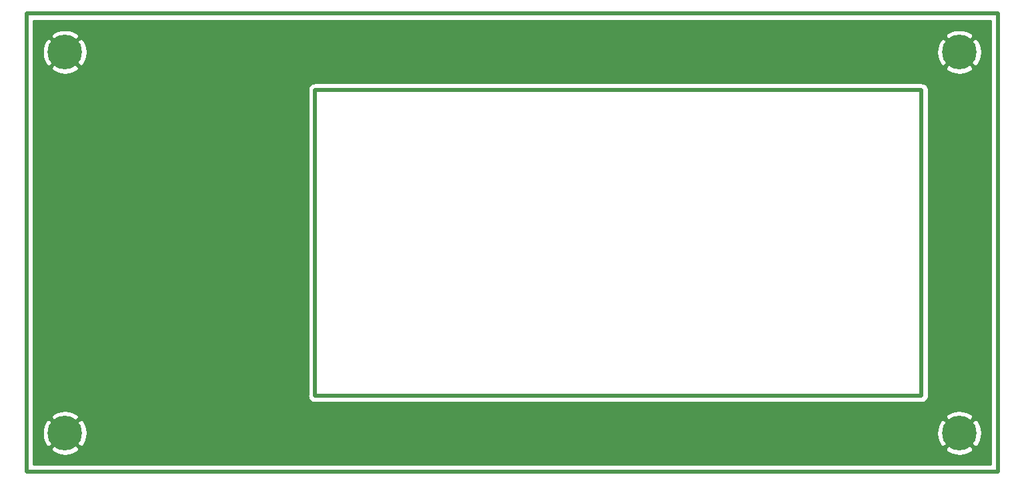
<source format=gbl>
G04 #@! TF.GenerationSoftware,KiCad,Pcbnew,(5.1.10-1-10_14)*
G04 #@! TF.CreationDate,2021-08-18T22:35:38+08:00*
G04 #@! TF.ProjectId,SMP top plate v.2 ,534d5020-746f-4702-9070-6c6174652076,rev?*
G04 #@! TF.SameCoordinates,Original*
G04 #@! TF.FileFunction,Copper,L2,Bot*
G04 #@! TF.FilePolarity,Positive*
%FSLAX46Y46*%
G04 Gerber Fmt 4.6, Leading zero omitted, Abs format (unit mm)*
G04 Created by KiCad (PCBNEW (5.1.10-1-10_14)) date 2021-08-18 22:35:38*
%MOMM*%
%LPD*%
G01*
G04 APERTURE LIST*
G04 #@! TA.AperFunction,NonConductor*
%ADD10C,0.500000*%
G04 #@! TD*
G04 #@! TA.AperFunction,ConnectorPad*
%ADD11C,4.400000*%
G04 #@! TD*
G04 #@! TA.AperFunction,ComponentPad*
%ADD12C,2.600000*%
G04 #@! TD*
G04 #@! TA.AperFunction,Conductor*
%ADD13C,0.254000*%
G04 #@! TD*
G04 #@! TA.AperFunction,Conductor*
%ADD14C,0.100000*%
G04 #@! TD*
G04 APERTURE END LIST*
D10*
X193929000Y-129654300D02*
X70650100Y-129654300D01*
X193929000Y-129654300D02*
X193929000Y-71462900D01*
X70650100Y-129654300D02*
X70650100Y-71462900D01*
X193929000Y-71462900D02*
X70650100Y-71462900D01*
X184251600Y-120015000D02*
X107264200Y-120015000D01*
X107264200Y-81153000D02*
X107264200Y-120015000D01*
X184251600Y-81153000D02*
X184251600Y-120015000D01*
X107264200Y-81153000D02*
X184251600Y-81153000D01*
D11*
X189052200Y-124764800D03*
D12*
X189052200Y-124764800D03*
D11*
X189052200Y-76352400D03*
D12*
X189052200Y-76352400D03*
D11*
X75539600Y-124764800D03*
D12*
X75539600Y-124764800D03*
D11*
X75539600Y-76352400D03*
D12*
X75539600Y-76352400D03*
D13*
X193044000Y-128769300D02*
X71535100Y-128769300D01*
X71535100Y-126754575D01*
X73729430Y-126754575D01*
X73969576Y-127141818D01*
X74463477Y-127402441D01*
X74998733Y-127561701D01*
X75554774Y-127613478D01*
X76110232Y-127555781D01*
X76643761Y-127390828D01*
X77109624Y-127141818D01*
X77349770Y-126754575D01*
X187242030Y-126754575D01*
X187482176Y-127141818D01*
X187976077Y-127402441D01*
X188511333Y-127561701D01*
X189067374Y-127613478D01*
X189622832Y-127555781D01*
X190156361Y-127390828D01*
X190622224Y-127141818D01*
X190862370Y-126754575D01*
X189052200Y-124944405D01*
X187242030Y-126754575D01*
X77349770Y-126754575D01*
X75539600Y-124944405D01*
X73729430Y-126754575D01*
X71535100Y-126754575D01*
X71535100Y-124779974D01*
X72690922Y-124779974D01*
X72748619Y-125335432D01*
X72913572Y-125868961D01*
X73162582Y-126334824D01*
X73549825Y-126574970D01*
X75359995Y-124764800D01*
X75719205Y-124764800D01*
X77529375Y-126574970D01*
X77916618Y-126334824D01*
X78177241Y-125840923D01*
X78336501Y-125305667D01*
X78385452Y-124779974D01*
X186203522Y-124779974D01*
X186261219Y-125335432D01*
X186426172Y-125868961D01*
X186675182Y-126334824D01*
X187062425Y-126574970D01*
X188872595Y-124764800D01*
X189231805Y-124764800D01*
X191041975Y-126574970D01*
X191429218Y-126334824D01*
X191689841Y-125840923D01*
X191849101Y-125305667D01*
X191900878Y-124749626D01*
X191843181Y-124194168D01*
X191678228Y-123660639D01*
X191429218Y-123194776D01*
X191041975Y-122954630D01*
X189231805Y-124764800D01*
X188872595Y-124764800D01*
X187062425Y-122954630D01*
X186675182Y-123194776D01*
X186414559Y-123688677D01*
X186255299Y-124223933D01*
X186203522Y-124779974D01*
X78385452Y-124779974D01*
X78388278Y-124749626D01*
X78330581Y-124194168D01*
X78165628Y-123660639D01*
X77916618Y-123194776D01*
X77529375Y-122954630D01*
X75719205Y-124764800D01*
X75359995Y-124764800D01*
X73549825Y-122954630D01*
X73162582Y-123194776D01*
X72901959Y-123688677D01*
X72742699Y-124223933D01*
X72690922Y-124779974D01*
X71535100Y-124779974D01*
X71535100Y-122775025D01*
X73729430Y-122775025D01*
X75539600Y-124585195D01*
X77349770Y-122775025D01*
X187242030Y-122775025D01*
X189052200Y-124585195D01*
X190862370Y-122775025D01*
X190622224Y-122387782D01*
X190128323Y-122127159D01*
X189593067Y-121967899D01*
X189037026Y-121916122D01*
X188481568Y-121973819D01*
X187948039Y-122138772D01*
X187482176Y-122387782D01*
X187242030Y-122775025D01*
X77349770Y-122775025D01*
X77109624Y-122387782D01*
X76615723Y-122127159D01*
X76080467Y-121967899D01*
X75524426Y-121916122D01*
X74968968Y-121973819D01*
X74435439Y-122138772D01*
X73969576Y-122387782D01*
X73729430Y-122775025D01*
X71535100Y-122775025D01*
X71535100Y-81153000D01*
X106374918Y-81153000D01*
X106379200Y-81196477D01*
X106379201Y-119971513D01*
X106374918Y-120015000D01*
X106392005Y-120188490D01*
X106442611Y-120355313D01*
X106524789Y-120509059D01*
X106635383Y-120643817D01*
X106770141Y-120754411D01*
X106923887Y-120836589D01*
X107090710Y-120887195D01*
X107220723Y-120900000D01*
X107220724Y-120900000D01*
X107264200Y-120904282D01*
X107307677Y-120900000D01*
X184208124Y-120900000D01*
X184251600Y-120904282D01*
X184425090Y-120887195D01*
X184591913Y-120836589D01*
X184745659Y-120754411D01*
X184880417Y-120643817D01*
X184991011Y-120509059D01*
X185073189Y-120355313D01*
X185123795Y-120188490D01*
X185136600Y-120058477D01*
X185140882Y-120015000D01*
X185136600Y-119971523D01*
X185136600Y-81196477D01*
X185140882Y-81153000D01*
X185132112Y-81063950D01*
X185123795Y-80979510D01*
X185073189Y-80812687D01*
X184991011Y-80658941D01*
X184880417Y-80524183D01*
X184745659Y-80413589D01*
X184591913Y-80331411D01*
X184425090Y-80280805D01*
X184295077Y-80268000D01*
X184295076Y-80268000D01*
X184251600Y-80263718D01*
X184208123Y-80268000D01*
X107307676Y-80268000D01*
X107264200Y-80263718D01*
X107220723Y-80268000D01*
X107090710Y-80280805D01*
X106923887Y-80331411D01*
X106770141Y-80413589D01*
X106635383Y-80524183D01*
X106524789Y-80658941D01*
X106442611Y-80812687D01*
X106392005Y-80979510D01*
X106374918Y-81153000D01*
X71535100Y-81153000D01*
X71535100Y-78342175D01*
X73729430Y-78342175D01*
X73969576Y-78729418D01*
X74463477Y-78990041D01*
X74998733Y-79149301D01*
X75554774Y-79201078D01*
X76110232Y-79143381D01*
X76643761Y-78978428D01*
X77109624Y-78729418D01*
X77349770Y-78342175D01*
X187242030Y-78342175D01*
X187482176Y-78729418D01*
X187976077Y-78990041D01*
X188511333Y-79149301D01*
X189067374Y-79201078D01*
X189622832Y-79143381D01*
X190156361Y-78978428D01*
X190622224Y-78729418D01*
X190862370Y-78342175D01*
X189052200Y-76532005D01*
X187242030Y-78342175D01*
X77349770Y-78342175D01*
X75539600Y-76532005D01*
X73729430Y-78342175D01*
X71535100Y-78342175D01*
X71535100Y-76367574D01*
X72690922Y-76367574D01*
X72748619Y-76923032D01*
X72913572Y-77456561D01*
X73162582Y-77922424D01*
X73549825Y-78162570D01*
X75359995Y-76352400D01*
X75719205Y-76352400D01*
X77529375Y-78162570D01*
X77916618Y-77922424D01*
X78177241Y-77428523D01*
X78336501Y-76893267D01*
X78385452Y-76367574D01*
X186203522Y-76367574D01*
X186261219Y-76923032D01*
X186426172Y-77456561D01*
X186675182Y-77922424D01*
X187062425Y-78162570D01*
X188872595Y-76352400D01*
X189231805Y-76352400D01*
X191041975Y-78162570D01*
X191429218Y-77922424D01*
X191689841Y-77428523D01*
X191849101Y-76893267D01*
X191900878Y-76337226D01*
X191843181Y-75781768D01*
X191678228Y-75248239D01*
X191429218Y-74782376D01*
X191041975Y-74542230D01*
X189231805Y-76352400D01*
X188872595Y-76352400D01*
X187062425Y-74542230D01*
X186675182Y-74782376D01*
X186414559Y-75276277D01*
X186255299Y-75811533D01*
X186203522Y-76367574D01*
X78385452Y-76367574D01*
X78388278Y-76337226D01*
X78330581Y-75781768D01*
X78165628Y-75248239D01*
X77916618Y-74782376D01*
X77529375Y-74542230D01*
X75719205Y-76352400D01*
X75359995Y-76352400D01*
X73549825Y-74542230D01*
X73162582Y-74782376D01*
X72901959Y-75276277D01*
X72742699Y-75811533D01*
X72690922Y-76367574D01*
X71535100Y-76367574D01*
X71535100Y-74362625D01*
X73729430Y-74362625D01*
X75539600Y-76172795D01*
X77349770Y-74362625D01*
X187242030Y-74362625D01*
X189052200Y-76172795D01*
X190862370Y-74362625D01*
X190622224Y-73975382D01*
X190128323Y-73714759D01*
X189593067Y-73555499D01*
X189037026Y-73503722D01*
X188481568Y-73561419D01*
X187948039Y-73726372D01*
X187482176Y-73975382D01*
X187242030Y-74362625D01*
X77349770Y-74362625D01*
X77109624Y-73975382D01*
X76615723Y-73714759D01*
X76080467Y-73555499D01*
X75524426Y-73503722D01*
X74968968Y-73561419D01*
X74435439Y-73726372D01*
X73969576Y-73975382D01*
X73729430Y-74362625D01*
X71535100Y-74362625D01*
X71535100Y-72347900D01*
X193044001Y-72347900D01*
X193044000Y-128769300D01*
G04 #@! TA.AperFunction,Conductor*
D14*
G36*
X193044000Y-128769300D02*
G01*
X71535100Y-128769300D01*
X71535100Y-126754575D01*
X73729430Y-126754575D01*
X73969576Y-127141818D01*
X74463477Y-127402441D01*
X74998733Y-127561701D01*
X75554774Y-127613478D01*
X76110232Y-127555781D01*
X76643761Y-127390828D01*
X77109624Y-127141818D01*
X77349770Y-126754575D01*
X187242030Y-126754575D01*
X187482176Y-127141818D01*
X187976077Y-127402441D01*
X188511333Y-127561701D01*
X189067374Y-127613478D01*
X189622832Y-127555781D01*
X190156361Y-127390828D01*
X190622224Y-127141818D01*
X190862370Y-126754575D01*
X189052200Y-124944405D01*
X187242030Y-126754575D01*
X77349770Y-126754575D01*
X75539600Y-124944405D01*
X73729430Y-126754575D01*
X71535100Y-126754575D01*
X71535100Y-124779974D01*
X72690922Y-124779974D01*
X72748619Y-125335432D01*
X72913572Y-125868961D01*
X73162582Y-126334824D01*
X73549825Y-126574970D01*
X75359995Y-124764800D01*
X75719205Y-124764800D01*
X77529375Y-126574970D01*
X77916618Y-126334824D01*
X78177241Y-125840923D01*
X78336501Y-125305667D01*
X78385452Y-124779974D01*
X186203522Y-124779974D01*
X186261219Y-125335432D01*
X186426172Y-125868961D01*
X186675182Y-126334824D01*
X187062425Y-126574970D01*
X188872595Y-124764800D01*
X189231805Y-124764800D01*
X191041975Y-126574970D01*
X191429218Y-126334824D01*
X191689841Y-125840923D01*
X191849101Y-125305667D01*
X191900878Y-124749626D01*
X191843181Y-124194168D01*
X191678228Y-123660639D01*
X191429218Y-123194776D01*
X191041975Y-122954630D01*
X189231805Y-124764800D01*
X188872595Y-124764800D01*
X187062425Y-122954630D01*
X186675182Y-123194776D01*
X186414559Y-123688677D01*
X186255299Y-124223933D01*
X186203522Y-124779974D01*
X78385452Y-124779974D01*
X78388278Y-124749626D01*
X78330581Y-124194168D01*
X78165628Y-123660639D01*
X77916618Y-123194776D01*
X77529375Y-122954630D01*
X75719205Y-124764800D01*
X75359995Y-124764800D01*
X73549825Y-122954630D01*
X73162582Y-123194776D01*
X72901959Y-123688677D01*
X72742699Y-124223933D01*
X72690922Y-124779974D01*
X71535100Y-124779974D01*
X71535100Y-122775025D01*
X73729430Y-122775025D01*
X75539600Y-124585195D01*
X77349770Y-122775025D01*
X187242030Y-122775025D01*
X189052200Y-124585195D01*
X190862370Y-122775025D01*
X190622224Y-122387782D01*
X190128323Y-122127159D01*
X189593067Y-121967899D01*
X189037026Y-121916122D01*
X188481568Y-121973819D01*
X187948039Y-122138772D01*
X187482176Y-122387782D01*
X187242030Y-122775025D01*
X77349770Y-122775025D01*
X77109624Y-122387782D01*
X76615723Y-122127159D01*
X76080467Y-121967899D01*
X75524426Y-121916122D01*
X74968968Y-121973819D01*
X74435439Y-122138772D01*
X73969576Y-122387782D01*
X73729430Y-122775025D01*
X71535100Y-122775025D01*
X71535100Y-81153000D01*
X106374918Y-81153000D01*
X106379200Y-81196477D01*
X106379201Y-119971513D01*
X106374918Y-120015000D01*
X106392005Y-120188490D01*
X106442611Y-120355313D01*
X106524789Y-120509059D01*
X106635383Y-120643817D01*
X106770141Y-120754411D01*
X106923887Y-120836589D01*
X107090710Y-120887195D01*
X107220723Y-120900000D01*
X107220724Y-120900000D01*
X107264200Y-120904282D01*
X107307677Y-120900000D01*
X184208124Y-120900000D01*
X184251600Y-120904282D01*
X184425090Y-120887195D01*
X184591913Y-120836589D01*
X184745659Y-120754411D01*
X184880417Y-120643817D01*
X184991011Y-120509059D01*
X185073189Y-120355313D01*
X185123795Y-120188490D01*
X185136600Y-120058477D01*
X185140882Y-120015000D01*
X185136600Y-119971523D01*
X185136600Y-81196477D01*
X185140882Y-81153000D01*
X185132112Y-81063950D01*
X185123795Y-80979510D01*
X185073189Y-80812687D01*
X184991011Y-80658941D01*
X184880417Y-80524183D01*
X184745659Y-80413589D01*
X184591913Y-80331411D01*
X184425090Y-80280805D01*
X184295077Y-80268000D01*
X184295076Y-80268000D01*
X184251600Y-80263718D01*
X184208123Y-80268000D01*
X107307676Y-80268000D01*
X107264200Y-80263718D01*
X107220723Y-80268000D01*
X107090710Y-80280805D01*
X106923887Y-80331411D01*
X106770141Y-80413589D01*
X106635383Y-80524183D01*
X106524789Y-80658941D01*
X106442611Y-80812687D01*
X106392005Y-80979510D01*
X106374918Y-81153000D01*
X71535100Y-81153000D01*
X71535100Y-78342175D01*
X73729430Y-78342175D01*
X73969576Y-78729418D01*
X74463477Y-78990041D01*
X74998733Y-79149301D01*
X75554774Y-79201078D01*
X76110232Y-79143381D01*
X76643761Y-78978428D01*
X77109624Y-78729418D01*
X77349770Y-78342175D01*
X187242030Y-78342175D01*
X187482176Y-78729418D01*
X187976077Y-78990041D01*
X188511333Y-79149301D01*
X189067374Y-79201078D01*
X189622832Y-79143381D01*
X190156361Y-78978428D01*
X190622224Y-78729418D01*
X190862370Y-78342175D01*
X189052200Y-76532005D01*
X187242030Y-78342175D01*
X77349770Y-78342175D01*
X75539600Y-76532005D01*
X73729430Y-78342175D01*
X71535100Y-78342175D01*
X71535100Y-76367574D01*
X72690922Y-76367574D01*
X72748619Y-76923032D01*
X72913572Y-77456561D01*
X73162582Y-77922424D01*
X73549825Y-78162570D01*
X75359995Y-76352400D01*
X75719205Y-76352400D01*
X77529375Y-78162570D01*
X77916618Y-77922424D01*
X78177241Y-77428523D01*
X78336501Y-76893267D01*
X78385452Y-76367574D01*
X186203522Y-76367574D01*
X186261219Y-76923032D01*
X186426172Y-77456561D01*
X186675182Y-77922424D01*
X187062425Y-78162570D01*
X188872595Y-76352400D01*
X189231805Y-76352400D01*
X191041975Y-78162570D01*
X191429218Y-77922424D01*
X191689841Y-77428523D01*
X191849101Y-76893267D01*
X191900878Y-76337226D01*
X191843181Y-75781768D01*
X191678228Y-75248239D01*
X191429218Y-74782376D01*
X191041975Y-74542230D01*
X189231805Y-76352400D01*
X188872595Y-76352400D01*
X187062425Y-74542230D01*
X186675182Y-74782376D01*
X186414559Y-75276277D01*
X186255299Y-75811533D01*
X186203522Y-76367574D01*
X78385452Y-76367574D01*
X78388278Y-76337226D01*
X78330581Y-75781768D01*
X78165628Y-75248239D01*
X77916618Y-74782376D01*
X77529375Y-74542230D01*
X75719205Y-76352400D01*
X75359995Y-76352400D01*
X73549825Y-74542230D01*
X73162582Y-74782376D01*
X72901959Y-75276277D01*
X72742699Y-75811533D01*
X72690922Y-76367574D01*
X71535100Y-76367574D01*
X71535100Y-74362625D01*
X73729430Y-74362625D01*
X75539600Y-76172795D01*
X77349770Y-74362625D01*
X187242030Y-74362625D01*
X189052200Y-76172795D01*
X190862370Y-74362625D01*
X190622224Y-73975382D01*
X190128323Y-73714759D01*
X189593067Y-73555499D01*
X189037026Y-73503722D01*
X188481568Y-73561419D01*
X187948039Y-73726372D01*
X187482176Y-73975382D01*
X187242030Y-74362625D01*
X77349770Y-74362625D01*
X77109624Y-73975382D01*
X76615723Y-73714759D01*
X76080467Y-73555499D01*
X75524426Y-73503722D01*
X74968968Y-73561419D01*
X74435439Y-73726372D01*
X73969576Y-73975382D01*
X73729430Y-74362625D01*
X71535100Y-74362625D01*
X71535100Y-72347900D01*
X193044001Y-72347900D01*
X193044000Y-128769300D01*
G37*
G04 #@! TD.AperFunction*
M02*

</source>
